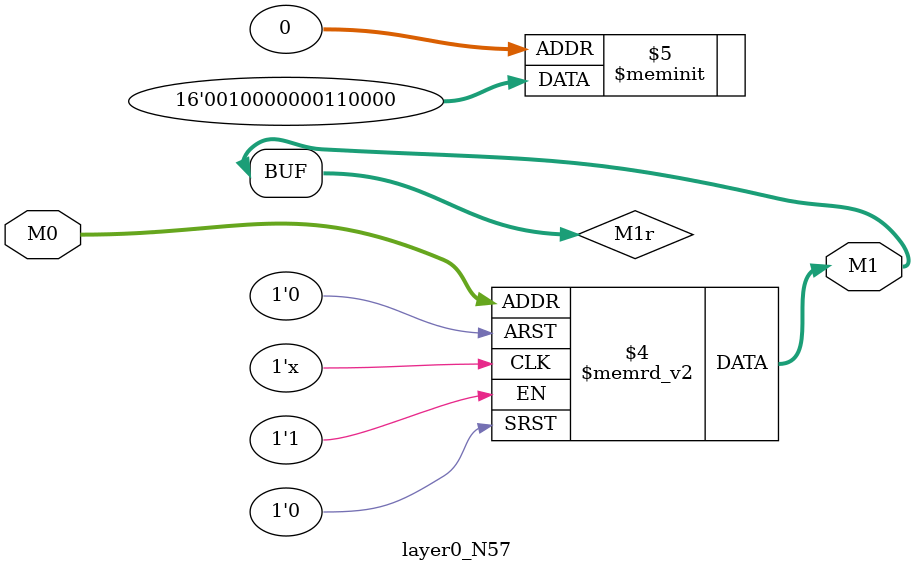
<source format=v>
module layer0_N57 ( input [2:0] M0, output [1:0] M1 );

	(*rom_style = "distributed" *) reg [1:0] M1r;
	assign M1 = M1r;
	always @ (M0) begin
		case (M0)
			3'b000: M1r = 2'b00;
			3'b100: M1r = 2'b00;
			3'b010: M1r = 2'b11;
			3'b110: M1r = 2'b10;
			3'b001: M1r = 2'b00;
			3'b101: M1r = 2'b00;
			3'b011: M1r = 2'b00;
			3'b111: M1r = 2'b00;

		endcase
	end
endmodule

</source>
